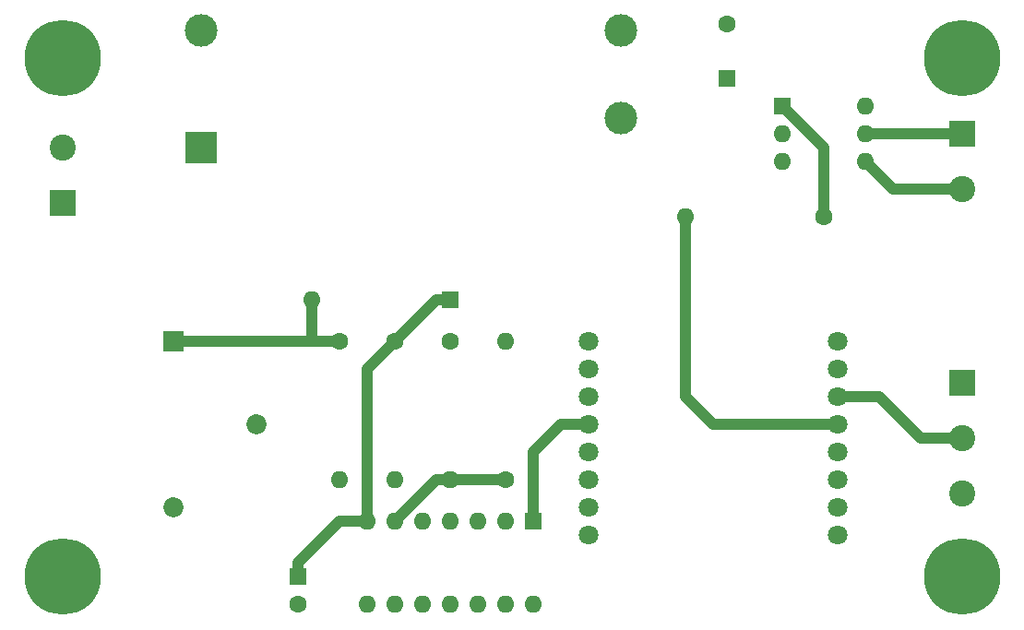
<source format=gbr>
%TF.GenerationSoftware,KiCad,Pcbnew,(5.1.10)-1*%
%TF.CreationDate,2022-05-21T15:35:01-04:00*%
%TF.ProjectId,Tool_Sensor,546f6f6c-5f53-4656-9e73-6f722e6b6963,rev?*%
%TF.SameCoordinates,Original*%
%TF.FileFunction,Copper,L1,Top*%
%TF.FilePolarity,Positive*%
%FSLAX46Y46*%
G04 Gerber Fmt 4.6, Leading zero omitted, Abs format (unit mm)*
G04 Created by KiCad (PCBNEW (5.1.10)-1) date 2022-05-21 15:35:01*
%MOMM*%
%LPD*%
G01*
G04 APERTURE LIST*
%TA.AperFunction,ComponentPad*%
%ADD10C,1.850000*%
%TD*%
%TA.AperFunction,ComponentPad*%
%ADD11R,1.850000X1.850000*%
%TD*%
%TA.AperFunction,ComponentPad*%
%ADD12C,2.400000*%
%TD*%
%TA.AperFunction,ComponentPad*%
%ADD13R,2.400000X2.400000*%
%TD*%
%TA.AperFunction,ComponentPad*%
%ADD14R,3.000000X3.000000*%
%TD*%
%TA.AperFunction,ComponentPad*%
%ADD15C,3.000000*%
%TD*%
%TA.AperFunction,ComponentPad*%
%ADD16R,1.600000X1.600000*%
%TD*%
%TA.AperFunction,ComponentPad*%
%ADD17O,1.600000X1.600000*%
%TD*%
%TA.AperFunction,ComponentPad*%
%ADD18C,1.600000*%
%TD*%
%TA.AperFunction,ComponentPad*%
%ADD19C,7.000000*%
%TD*%
%TA.AperFunction,ComponentPad*%
%ADD20C,1.800000*%
%TD*%
%TA.AperFunction,Conductor*%
%ADD21C,1.016000*%
%TD*%
G04 APERTURE END LIST*
D10*
%TO.P,T1,3*%
%TO.N,Net-(T1-Pad3)*%
X109220000Y-118110000D03*
%TO.P,T1,2*%
%TO.N,GND*%
X101600000Y-125730000D03*
D11*
%TO.P,T1,1*%
%TO.N,Net-(D1-Pad2)*%
X101600000Y-110490000D03*
%TD*%
D12*
%TO.P,J1,2*%
%TO.N,Net-(J1-Pad2)*%
X91440000Y-92710000D03*
D13*
%TO.P,J1,1*%
%TO.N,Net-(J1-Pad1)*%
X91440000Y-97790000D03*
%TD*%
%TO.P,J2,1*%
%TO.N,GND*%
X173990000Y-114300000D03*
D12*
%TO.P,J2,2*%
%TO.N,Net-(J2-Pad2)*%
X173990000Y-119380000D03*
%TO.P,J2,3*%
%TO.N,+5V*%
X173990000Y-124460000D03*
%TD*%
D13*
%TO.P,J3,1*%
%TO.N,Net-(J3-Pad1)*%
X173990000Y-91440000D03*
D12*
%TO.P,J3,2*%
%TO.N,Net-(J3-Pad2)*%
X173990000Y-96520000D03*
%TD*%
D14*
%TO.P,PS1,1*%
%TO.N,Net-(J1-Pad1)*%
X104140000Y-92710000D03*
D15*
%TO.P,PS1,4*%
%TO.N,+5V*%
X142640000Y-89960000D03*
%TO.P,PS1,2*%
%TO.N,Net-(J1-Pad2)*%
X104140000Y-81960000D03*
%TO.P,PS1,3*%
%TO.N,GND*%
X142640000Y-81960000D03*
%TD*%
D16*
%TO.P,U3,1*%
%TO.N,Net-(R5-Pad1)*%
X157480000Y-88900000D03*
D17*
%TO.P,U3,4*%
%TO.N,Net-(J3-Pad2)*%
X165100000Y-93980000D03*
%TO.P,U3,2*%
%TO.N,GND*%
X157480000Y-91440000D03*
%TO.P,U3,5*%
%TO.N,Net-(J3-Pad1)*%
X165100000Y-91440000D03*
%TO.P,U3,3*%
%TO.N,Net-(U3-Pad3)*%
X157480000Y-93980000D03*
%TO.P,U3,6*%
%TO.N,Net-(U3-Pad6)*%
X165100000Y-88900000D03*
%TD*%
D18*
%TO.P,C2,2*%
%TO.N,GND*%
X152400000Y-81360000D03*
D16*
%TO.P,C2,1*%
%TO.N,+5V*%
X152400000Y-86360000D03*
%TD*%
D19*
%TO.P,,1*%
%TO.N,N/C*%
X91440000Y-84455000D03*
%TD*%
%TO.P,,1*%
%TO.N,N/C*%
X91440000Y-132080000D03*
%TD*%
%TO.P,,1*%
%TO.N,N/C*%
X173990000Y-132080000D03*
%TD*%
%TO.P,,1*%
%TO.N,N/C*%
X173990000Y-84455000D03*
%TD*%
D20*
%TO.P,U2,8*%
%TO.N,Net-(U2-Pad8)*%
X139700000Y-128270000D03*
%TO.P,U2,9*%
%TO.N,+5V*%
X162560000Y-128270000D03*
%TO.P,U2,7*%
%TO.N,Net-(U2-Pad7)*%
X139700000Y-125730000D03*
%TO.P,U2,10*%
%TO.N,GND*%
X162560000Y-125730000D03*
%TO.P,U2,6*%
%TO.N,Net-(U2-Pad6)*%
X139700000Y-123190000D03*
%TO.P,U2,11*%
%TO.N,Net-(U2-Pad11)*%
X162560000Y-123190000D03*
%TO.P,U2,5*%
%TO.N,Net-(U2-Pad5)*%
X139700000Y-120650000D03*
%TO.P,U2,12*%
%TO.N,Net-(U2-Pad12)*%
X162560000Y-120650000D03*
%TO.P,U2,4*%
%TO.N,Net-(U1-Pad1)*%
X139700000Y-118110000D03*
%TO.P,U2,13*%
%TO.N,Net-(R5-Pad2)*%
X162560000Y-118110000D03*
%TO.P,U2,3*%
%TO.N,Net-(U2-Pad3)*%
X139700000Y-115570000D03*
%TO.P,U2,14*%
%TO.N,Net-(J2-Pad2)*%
X162560000Y-115570000D03*
%TO.P,U2,2*%
%TO.N,Net-(U2-Pad2)*%
X139700000Y-113030000D03*
%TO.P,U2,15*%
%TO.N,Net-(U2-Pad15)*%
X162560000Y-113030000D03*
%TO.P,U2,1*%
%TO.N,Net-(U2-Pad1)*%
X139700000Y-110490000D03*
%TO.P,U2,16*%
%TO.N,Net-(U2-Pad16)*%
X162560000Y-110490000D03*
%TD*%
D17*
%TO.P,U1,14*%
%TO.N,N/C*%
X134620000Y-134620000D03*
%TO.P,U1,7*%
%TO.N,Net-(C1-Pad1)*%
X119380000Y-127000000D03*
%TO.P,U1,13*%
%TO.N,N/C*%
X132080000Y-134620000D03*
%TO.P,U1,6*%
%TO.N,Net-(R2-Pad2)*%
X121920000Y-127000000D03*
%TO.P,U1,12*%
%TO.N,GND*%
X129540000Y-134620000D03*
%TO.P,U1,5*%
%TO.N,N/C*%
X124460000Y-127000000D03*
%TO.P,U1,11*%
X127000000Y-134620000D03*
%TO.P,U1,4*%
X127000000Y-127000000D03*
%TO.P,U1,10*%
X124460000Y-134620000D03*
%TO.P,U1,3*%
%TO.N,+5V*%
X129540000Y-127000000D03*
%TO.P,U1,9*%
%TO.N,N/C*%
X121920000Y-134620000D03*
%TO.P,U1,2*%
X132080000Y-127000000D03*
%TO.P,U1,8*%
X119380000Y-134620000D03*
D16*
%TO.P,U1,1*%
%TO.N,Net-(U1-Pad1)*%
X134620000Y-127000000D03*
%TD*%
D17*
%TO.P,R5,2*%
%TO.N,Net-(R5-Pad2)*%
X148590000Y-99060000D03*
D18*
%TO.P,R5,1*%
%TO.N,Net-(R5-Pad1)*%
X161290000Y-99060000D03*
%TD*%
D17*
%TO.P,R4,2*%
%TO.N,GND*%
X121920000Y-123190000D03*
D18*
%TO.P,R4,1*%
%TO.N,Net-(C1-Pad1)*%
X121920000Y-110490000D03*
%TD*%
D17*
%TO.P,R3,2*%
%TO.N,GND*%
X132080000Y-110490000D03*
D18*
%TO.P,R3,1*%
%TO.N,Net-(R2-Pad2)*%
X132080000Y-123190000D03*
%TD*%
D17*
%TO.P,R2,2*%
%TO.N,Net-(R2-Pad2)*%
X127000000Y-123190000D03*
D18*
%TO.P,R2,1*%
%TO.N,+5V*%
X127000000Y-110490000D03*
%TD*%
D17*
%TO.P,R1,2*%
%TO.N,GND*%
X116840000Y-123190000D03*
D18*
%TO.P,R1,1*%
%TO.N,Net-(D1-Pad2)*%
X116840000Y-110490000D03*
%TD*%
D16*
%TO.P,C1,1*%
%TO.N,Net-(C1-Pad1)*%
X113030000Y-132080000D03*
D18*
%TO.P,C1,2*%
%TO.N,GND*%
X113030000Y-134580000D03*
%TD*%
D16*
%TO.P,D1,1*%
%TO.N,Net-(C1-Pad1)*%
X127000000Y-106680000D03*
D17*
%TO.P,D1,2*%
%TO.N,Net-(D1-Pad2)*%
X114300000Y-106680000D03*
%TD*%
D21*
%TO.N,Net-(C1-Pad1)*%
X119380000Y-113030000D02*
X121920000Y-110490000D01*
X115570000Y-128270000D02*
X113030000Y-130810000D01*
X113030000Y-130810000D02*
X113030000Y-132080000D01*
X115570000Y-128270000D02*
X116840000Y-127000000D01*
X116840000Y-127000000D02*
X119380000Y-127000000D01*
X119380000Y-113030000D02*
X119380000Y-127000000D01*
X121920000Y-110490000D02*
X125730000Y-106680000D01*
X125730000Y-106680000D02*
X127000000Y-106680000D01*
%TO.N,Net-(D1-Pad2)*%
X114300000Y-106680000D02*
X114300000Y-110490000D01*
X114300000Y-110490000D02*
X116840000Y-110490000D01*
X101600000Y-110490000D02*
X114300000Y-110490000D01*
%TO.N,Net-(J2-Pad2)*%
X173990000Y-119380000D02*
X170180000Y-119380000D01*
X170180000Y-119380000D02*
X166370000Y-115570000D01*
X166370000Y-115570000D02*
X162560000Y-115570000D01*
%TO.N,Net-(J3-Pad1)*%
X165100000Y-91440000D02*
X173990000Y-91440000D01*
%TO.N,Net-(J3-Pad2)*%
X165100000Y-93980000D02*
X167640000Y-96520000D01*
X167640000Y-96520000D02*
X173990000Y-96520000D01*
%TO.N,Net-(R2-Pad2)*%
X132080000Y-123190000D02*
X127000000Y-123190000D01*
X121920000Y-127000000D02*
X125730000Y-123190000D01*
X125730000Y-123190000D02*
X127000000Y-123190000D01*
%TO.N,Net-(R5-Pad1)*%
X161290000Y-99060000D02*
X161290000Y-92710000D01*
X161290000Y-92710000D02*
X157480000Y-88900000D01*
%TO.N,Net-(R5-Pad2)*%
X162560000Y-118110000D02*
X151130000Y-118110000D01*
X148590000Y-115570000D02*
X148590000Y-99060000D01*
X151130000Y-118110000D02*
X148590000Y-115570000D01*
%TO.N,Net-(U1-Pad1)*%
X139700000Y-118110000D02*
X137160000Y-118110000D01*
X137160000Y-118110000D02*
X134620000Y-120650000D01*
X134620000Y-120650000D02*
X134620000Y-127000000D01*
%TD*%
M02*

</source>
